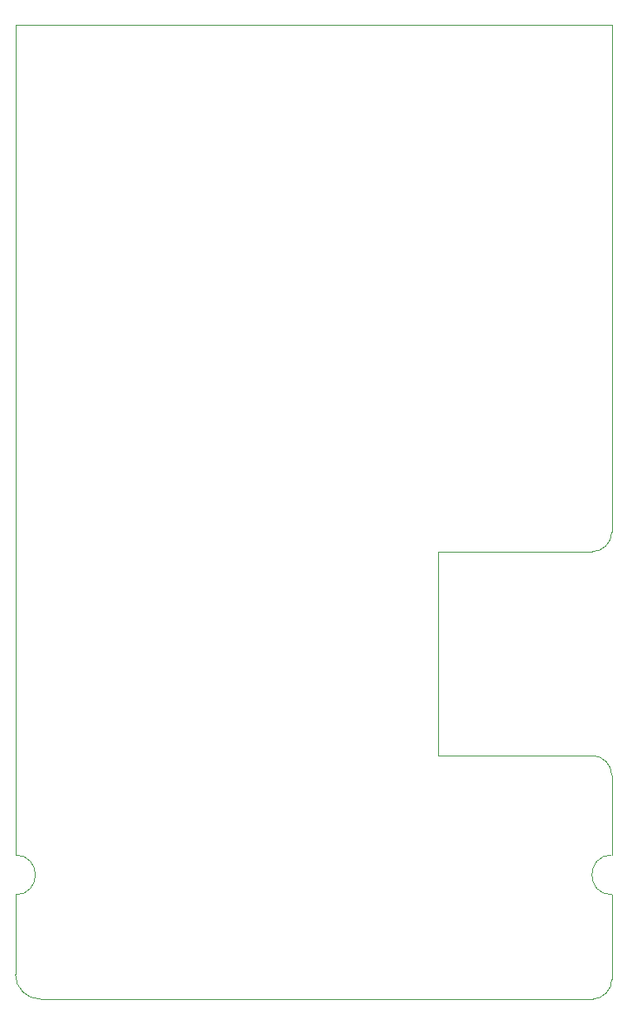
<source format=gbr>
G04 #@! TF.GenerationSoftware,KiCad,Pcbnew,(5.0.0)*
G04 #@! TF.CreationDate,2018-09-29T13:07:35-07:00*
G04 #@! TF.ProjectId,DriveBoard_Hardware,4472697665426F6172645F4861726477,rev?*
G04 #@! TF.SameCoordinates,Original*
G04 #@! TF.FileFunction,Profile,NP*
%FSLAX46Y46*%
G04 Gerber Fmt 4.6, Leading zero omitted, Abs format (unit mm)*
G04 Created by KiCad (PCBNEW (5.0.0)) date 09/29/18 13:07:35*
%MOMM*%
%LPD*%
G01*
G04 APERTURE LIST*
%ADD10C,0.100000*%
G04 APERTURE END LIST*
D10*
X113665000Y-140462000D02*
X113665000Y-148590000D01*
X113665000Y-51562000D02*
X113665000Y-136398000D01*
X174625000Y-51562000D02*
X113665000Y-51562000D01*
X174625000Y-103378000D02*
X174625000Y-51562000D01*
X156845000Y-105410000D02*
X172593000Y-105410000D01*
X156845000Y-126238000D02*
X156845000Y-105410000D01*
X172593000Y-126238000D02*
X156845000Y-126238000D01*
X116205000Y-151130000D02*
X172720000Y-151130000D01*
X116205000Y-151130000D02*
G75*
G02X113665000Y-148590000I0J2540000D01*
G01*
X113665000Y-136398000D02*
G75*
G02X113665000Y-140462000I0J-2032000D01*
G01*
X174625000Y-103378000D02*
G75*
G02X172593000Y-105410000I-2032000J0D01*
G01*
X172593000Y-126238000D02*
G75*
G02X174625000Y-128270000I0J-2032000D01*
G01*
X174625000Y-136398000D02*
X174625000Y-128270000D01*
X174625000Y-140462000D02*
G75*
G02X174625000Y-136398000I0J2032000D01*
G01*
X174625000Y-149098000D02*
X174625000Y-140462000D01*
X174628964Y-149098001D02*
G75*
G02X172719999Y-151129999I-2035964J1D01*
G01*
M02*

</source>
